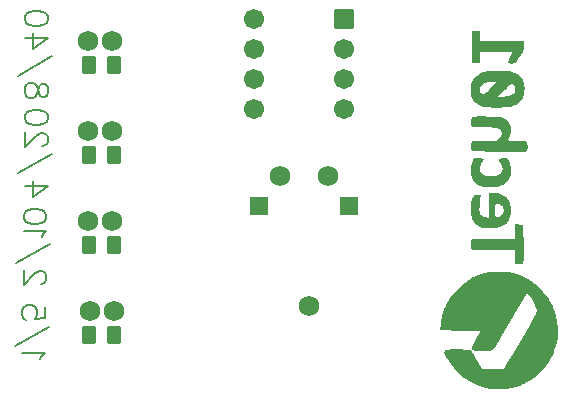
<source format=gbs>
G04 Layer: BottomSolderMaskLayer*
G04 EasyEDA v6.5.22, 2022-11-24 10:27:38*
G04 c2ffbf048bd549cebe30352b3eb0f613,ed70181f279245e6aff80281ee7dc86a,10*
G04 Gerber Generator version 0.2*
G04 Scale: 100 percent, Rotated: No, Reflected: No *
G04 Dimensions in millimeters *
G04 leading zeros omitted , absolute positions ,4 integer and 5 decimal *
%FSLAX45Y45*%
%MOMM*%

%AMMACRO1*1,1,$1,$2,$3*1,1,$1,$4,$5*1,1,$1,0-$2,0-$3*1,1,$1,0-$4,0-$5*20,1,$1,$2,$3,$4,$5,0*20,1,$1,$4,$5,0-$2,0-$3,0*20,1,$1,0-$2,0-$3,0-$4,0-$5,0*20,1,$1,0-$4,0-$5,$2,$3,0*4,1,4,$2,$3,$4,$5,0-$2,0-$3,0-$4,0-$5,$2,$3,0*%
%ADD10C,0.1524*%
%ADD11C,0.1520*%
%ADD12MACRO1,0.1016X-0.8001X0.8001X-0.8001X-0.8001*%
%ADD13C,1.7018*%
%ADD14MACRO1,0.1016X0.508X0.6985X-0.508X0.6985*%
%ADD15MACRO1,0.1016X0.7X-0.75X0.7X0.75*%
%ADD16C,1.7272*%
%ADD17C,0.0132*%

%LPD*%
G36*
X5521248Y5811012D02*
G01*
X5521248Y5541010D01*
X5538978Y5536539D01*
X5547309Y5535168D01*
X5556707Y5534710D01*
X5566156Y5535168D01*
X5574436Y5536539D01*
X5581548Y5538724D01*
X5584240Y5540095D01*
X5586476Y5541873D01*
X5588203Y5544159D01*
X5589574Y5547156D01*
X5590590Y5550916D01*
X5591302Y5555640D01*
X5591759Y5561482D01*
X5592165Y5576976D01*
X5592216Y5632907D01*
X5748731Y5632856D01*
X5788761Y5632500D01*
X5822137Y5631789D01*
X5846622Y5630875D01*
X5854801Y5630316D01*
X5861253Y5629452D01*
X5861710Y5629148D01*
X5860288Y5624830D01*
X5856325Y5615889D01*
X5850534Y5603646D01*
X5843473Y5589422D01*
X5836513Y5574690D01*
X5833872Y5568340D01*
X5831840Y5562600D01*
X5830468Y5557469D01*
X5829655Y5552897D01*
X5829452Y5548884D01*
X5829858Y5545429D01*
X5830874Y5542432D01*
X5832551Y5539943D01*
X5834888Y5537962D01*
X5837834Y5536336D01*
X5841441Y5535117D01*
X5845657Y5534304D01*
X5850585Y5533847D01*
X5861456Y5533796D01*
X5870448Y5534304D01*
X5874308Y5534914D01*
X5877915Y5535879D01*
X5881319Y5537301D01*
X5884672Y5539232D01*
X5888075Y5541772D01*
X5891530Y5544972D01*
X5895238Y5548985D01*
X5903671Y5559552D01*
X5914136Y5574182D01*
X5937605Y5608726D01*
X5945530Y5621274D01*
X5951474Y5631942D01*
X5953760Y5636818D01*
X5957214Y5646064D01*
X5958433Y5650687D01*
X5960059Y5660339D01*
X5960821Y5671159D01*
X5960973Y5677255D01*
X5960973Y5725109D01*
X5592927Y5725109D01*
X5588660Y5806694D01*
G37*
G36*
X5721908Y5473293D02*
G01*
X5686704Y5472887D01*
X5673191Y5472379D01*
X5661710Y5471566D01*
X5651804Y5470296D01*
X5642914Y5468569D01*
X5634634Y5466283D01*
X5626455Y5463336D01*
X5617870Y5459679D01*
X5597398Y5449874D01*
X5584494Y5443169D01*
X5572810Y5436260D01*
X5562295Y5429097D01*
X5557469Y5425440D01*
X5548630Y5417769D01*
X5540857Y5409742D01*
X5537352Y5405526D01*
X5534101Y5401208D01*
X5531104Y5396738D01*
X5525820Y5387340D01*
X5523484Y5382412D01*
X5519572Y5371998D01*
X5517896Y5366512D01*
X5515203Y5354980D01*
X5513324Y5342534D01*
X5512155Y5329174D01*
X5511731Y5316423D01*
X5590387Y5316423D01*
X5590692Y5321604D01*
X5591556Y5326684D01*
X5592927Y5331561D01*
X5594858Y5336286D01*
X5597296Y5340858D01*
X5600242Y5345226D01*
X5603697Y5349341D01*
X5607608Y5353253D01*
X5611977Y5356910D01*
X5616803Y5360263D01*
X5622086Y5363413D01*
X5627776Y5366207D01*
X5633923Y5368696D01*
X5640425Y5370880D01*
X5646318Y5372404D01*
X5653024Y5373725D01*
X5660288Y5374843D01*
X5667908Y5375706D01*
X5683199Y5376672D01*
X5690412Y5376672D01*
X5697067Y5376367D01*
X5727446Y5374030D01*
X5663438Y5310581D01*
X5646216Y5294223D01*
X5633262Y5282996D01*
X5628081Y5279186D01*
X5623661Y5276392D01*
X5619851Y5274564D01*
X5616498Y5273649D01*
X5613501Y5273598D01*
X5610809Y5274208D01*
X5608218Y5275529D01*
X5603138Y5280304D01*
X5598261Y5287568D01*
X5594197Y5296357D01*
X5591454Y5305704D01*
X5590590Y5311140D01*
X5590387Y5316423D01*
X5511731Y5316423D01*
X5511698Y5307634D01*
X5512257Y5294020D01*
X5513476Y5281269D01*
X5515457Y5269382D01*
X5518200Y5258308D01*
X5521373Y5248910D01*
X5737606Y5248910D01*
X5801868Y5313883D01*
X5816803Y5328361D01*
X5830468Y5341061D01*
X5842254Y5351424D01*
X5851550Y5358892D01*
X5855055Y5361381D01*
X5857697Y5362905D01*
X5859373Y5363413D01*
X5863590Y5362143D01*
X5868720Y5358790D01*
X5874054Y5353761D01*
X5879033Y5347665D01*
X5882843Y5341569D01*
X5885789Y5335371D01*
X5887974Y5329123D01*
X5889345Y5322874D01*
X5889853Y5316677D01*
X5889599Y5310581D01*
X5888583Y5304637D01*
X5886754Y5298897D01*
X5884113Y5293410D01*
X5880709Y5288229D01*
X5876544Y5283403D01*
X5871616Y5278983D01*
X5865012Y5274157D01*
X5861710Y5272024D01*
X5854700Y5268417D01*
X5846419Y5265369D01*
X5836158Y5262676D01*
X5823102Y5260187D01*
X5806440Y5257596D01*
X5785408Y5254802D01*
X5737606Y5248910D01*
X5521373Y5248910D01*
X5523788Y5243068D01*
X5526074Y5238343D01*
X5531307Y5229352D01*
X5534253Y5225084D01*
X5540857Y5216906D01*
X5548376Y5209286D01*
X5556910Y5202072D01*
X5561533Y5198618D01*
X5571591Y5191963D01*
X5582666Y5185613D01*
X5602681Y5175707D01*
X5610860Y5172049D01*
X5618632Y5169103D01*
X5626455Y5166715D01*
X5634837Y5164886D01*
X5644184Y5163515D01*
X5654954Y5162550D01*
X5667705Y5161889D01*
X5700776Y5161330D01*
X5755538Y5161330D01*
X5790133Y5161788D01*
X5803900Y5162245D01*
X5815736Y5162956D01*
X5825998Y5163972D01*
X5835040Y5165242D01*
X5843117Y5166918D01*
X5850686Y5168900D01*
X5857951Y5171389D01*
X5865368Y5174284D01*
X5873191Y5177688D01*
X5885332Y5183733D01*
X5891174Y5186984D01*
X5902502Y5194096D01*
X5913170Y5201869D01*
X5923076Y5210098D01*
X5927750Y5214366D01*
X5936284Y5223256D01*
X5940247Y5227777D01*
X5947257Y5237022D01*
X5950356Y5241696D01*
X5953150Y5246420D01*
X5957773Y5255869D01*
X5959551Y5260594D01*
X5961075Y5265572D01*
X5962497Y5271617D01*
X5964936Y5285994D01*
X5966714Y5301843D01*
X5967476Y5317286D01*
X5967374Y5332526D01*
X5966460Y5346649D01*
X5964783Y5359704D01*
X5963615Y5365902D01*
X5960618Y5377586D01*
X5956655Y5388406D01*
X5954369Y5393537D01*
X5951778Y5398465D01*
X5945886Y5407863D01*
X5942533Y5412282D01*
X5935014Y5420766D01*
X5926328Y5428742D01*
X5916523Y5436260D01*
X5905449Y5443423D01*
X5893104Y5450281D01*
X5879439Y5456936D01*
X5870346Y5460949D01*
X5861761Y5464200D01*
X5853125Y5466842D01*
X5843828Y5468924D01*
X5833364Y5470550D01*
X5821172Y5471668D01*
X5806795Y5472480D01*
X5789574Y5472938D01*
G37*
G36*
X5583377Y5086502D02*
G01*
X5566816Y5086096D01*
X5553151Y5085181D01*
X5542076Y5083708D01*
X5537403Y5082743D01*
X5533288Y5081574D01*
X5529681Y5080203D01*
X5526582Y5078628D01*
X5523941Y5076850D01*
X5521655Y5074869D01*
X5519775Y5072634D01*
X5518251Y5070094D01*
X5517032Y5067350D01*
X5516067Y5064353D01*
X5514848Y5057444D01*
X5514289Y5049367D01*
X5514187Y5034432D01*
X5514340Y5024882D01*
X5515051Y5016957D01*
X5515711Y5013553D01*
X5516626Y5010556D01*
X5517896Y5007864D01*
X5519521Y5005476D01*
X5521553Y5003444D01*
X5524042Y5001666D01*
X5527090Y5000142D01*
X5530646Y4998821D01*
X5534812Y4997754D01*
X5539638Y4996891D01*
X5545175Y4996180D01*
X5558536Y4995265D01*
X5575249Y4994808D01*
X5644388Y4994452D01*
X5665876Y4993995D01*
X5684926Y4993182D01*
X5701639Y4992014D01*
X5716219Y4990439D01*
X5728766Y4988458D01*
X5739434Y4986020D01*
X5748375Y4983073D01*
X5752236Y4981397D01*
X5755690Y4979619D01*
X5758840Y4977688D01*
X5761634Y4975656D01*
X5764072Y4973421D01*
X5766206Y4971084D01*
X5768086Y4968595D01*
X5769660Y4965954D01*
X5772150Y4960874D01*
X5774080Y4956048D01*
X5775350Y4951476D01*
X5775909Y4947005D01*
X5775858Y4942586D01*
X5775096Y4938115D01*
X5773572Y4933543D01*
X5771337Y4928819D01*
X5768340Y4923739D01*
X5764580Y4918354D01*
X5754573Y4906213D01*
X5732576Y4881118D01*
X5587949Y4881067D01*
X5567984Y4880864D01*
X5552440Y4880356D01*
X5540806Y4879594D01*
X5532424Y4878374D01*
X5529275Y4877562D01*
X5526735Y4876596D01*
X5524652Y4875530D01*
X5523026Y4874260D01*
X5521756Y4872837D01*
X5519928Y4869434D01*
X5518658Y4865166D01*
X5517388Y4859832D01*
X5516321Y4854194D01*
X5515508Y4848301D01*
X5514594Y4836261D01*
X5514543Y4824374D01*
X5514848Y4818735D01*
X5515406Y4813401D01*
X5516219Y4808474D01*
X5517235Y4804003D01*
X5518861Y4799330D01*
X5520029Y4797856D01*
X5521858Y4796485D01*
X5524500Y4795316D01*
X5528106Y4794199D01*
X5532882Y4793284D01*
X5538978Y4792421D01*
X5555640Y4791100D01*
X5579364Y4790135D01*
X5611418Y4789525D01*
X5653074Y4789119D01*
X5982716Y4788916D01*
X5989116Y4804918D01*
X5991961Y4812639D01*
X5993993Y4819904D01*
X5995212Y4826914D01*
X5995670Y4833772D01*
X5995314Y4840630D01*
X5994196Y4847691D01*
X5992266Y4855057D01*
X5988304Y4866132D01*
X5985764Y4871364D01*
X5984189Y4873396D01*
X5982258Y4875174D01*
X5979820Y4876647D01*
X5976772Y4877866D01*
X5972962Y4878832D01*
X5968288Y4879594D01*
X5955741Y4880559D01*
X5938062Y4881016D01*
X5873699Y4881168D01*
X5853887Y4881422D01*
X5839764Y4881981D01*
X5834532Y4882388D01*
X5830468Y4882946D01*
X5827471Y4883607D01*
X5825439Y4884470D01*
X5824220Y4885486D01*
X5823864Y4886655D01*
X5824118Y4888077D01*
X5825032Y4889703D01*
X5831332Y4897475D01*
X5834278Y4902098D01*
X5837072Y4907381D01*
X5839764Y4913223D01*
X5842254Y4919573D01*
X5844540Y4926279D01*
X5848400Y4940604D01*
X5849975Y4948021D01*
X5852261Y4962855D01*
X5852922Y4970119D01*
X5853226Y4977130D01*
X5853176Y4983835D01*
X5852769Y4990134D01*
X5851956Y4995926D01*
X5850686Y5001768D01*
X5849061Y5007457D01*
X5847130Y5013096D01*
X5844844Y5018582D01*
X5842254Y5023916D01*
X5839358Y5029149D01*
X5836158Y5034178D01*
X5832703Y5039055D01*
X5828944Y5043779D01*
X5824931Y5048300D01*
X5820613Y5052618D01*
X5816041Y5056733D01*
X5811266Y5060594D01*
X5806236Y5064252D01*
X5800953Y5067655D01*
X5793181Y5071973D01*
X5788152Y5074107D01*
X5782360Y5075986D01*
X5775604Y5077663D01*
X5767781Y5079136D01*
X5758586Y5080406D01*
X5747867Y5081524D01*
X5735421Y5082489D01*
X5704586Y5084064D01*
X5664555Y5085283D01*
X5614162Y5086350D01*
G37*
G36*
X5541772Y4732223D02*
G01*
X5524296Y4692396D01*
X5522010Y4686198D01*
X5519978Y4679950D01*
X5516626Y4667148D01*
X5514289Y4654143D01*
X5512917Y4641037D01*
X5512460Y4627930D01*
X5512562Y4621377D01*
X5512917Y4614875D01*
X5514340Y4601972D01*
X5516626Y4589373D01*
X5519775Y4577181D01*
X5523839Y4565396D01*
X5528665Y4554220D01*
X5534355Y4543704D01*
X5537504Y4538675D01*
X5540857Y4533900D01*
X5544413Y4529328D01*
X5552084Y4520895D01*
X5556199Y4517034D01*
X5560517Y4513427D01*
X5564022Y4510836D01*
X5571845Y4506061D01*
X5580735Y4501794D01*
X5590590Y4497984D01*
X5601208Y4494682D01*
X5612587Y4491837D01*
X5624525Y4489551D01*
X5636971Y4487722D01*
X5649772Y4486402D01*
X5662828Y4485589D01*
X5676036Y4485284D01*
X5689244Y4485487D01*
X5702401Y4486198D01*
X5715304Y4487418D01*
X5727954Y4489145D01*
X5740146Y4491431D01*
X5751830Y4494225D01*
X5762802Y4497527D01*
X5773064Y4501388D01*
X5777839Y4503470D01*
X5786729Y4508144D01*
X5792774Y4511802D01*
X5803696Y4519269D01*
X5808624Y4523079D01*
X5813196Y4526991D01*
X5817463Y4531055D01*
X5821426Y4535271D01*
X5828538Y4544263D01*
X5831687Y4549089D01*
X5834634Y4554169D01*
X5837428Y4559503D01*
X5842406Y4571136D01*
X5844692Y4577435D01*
X5846826Y4584090D01*
X5849315Y4594352D01*
X5850991Y4605782D01*
X5851906Y4618126D01*
X5852058Y4631080D01*
X5851499Y4644390D01*
X5850178Y4657699D01*
X5848248Y4670806D01*
X5845556Y4683353D01*
X5842254Y4695037D01*
X5838342Y4705604D01*
X5833414Y4716526D01*
X5831179Y4720640D01*
X5828893Y4723942D01*
X5826404Y4726584D01*
X5823610Y4728565D01*
X5820257Y4730038D01*
X5816295Y4731004D01*
X5811520Y4731664D01*
X5798972Y4732172D01*
X5783326Y4732070D01*
X5776518Y4731664D01*
X5770473Y4731004D01*
X5765292Y4730038D01*
X5760872Y4728768D01*
X5757214Y4727194D01*
X5754319Y4725314D01*
X5752236Y4723079D01*
X5750864Y4720488D01*
X5750255Y4717542D01*
X5750356Y4714240D01*
X5751220Y4710582D01*
X5752795Y4706518D01*
X5755081Y4702048D01*
X5758027Y4697171D01*
X5765952Y4685893D01*
X5769660Y4679950D01*
X5772861Y4674108D01*
X5775553Y4668418D01*
X5777738Y4662830D01*
X5779414Y4657293D01*
X5780582Y4651908D01*
X5781243Y4646676D01*
X5781395Y4641494D01*
X5781090Y4636465D01*
X5780227Y4631537D01*
X5778855Y4626762D01*
X5777026Y4622088D01*
X5774639Y4617567D01*
X5771743Y4613148D01*
X5768390Y4608880D01*
X5764784Y4605070D01*
X5760770Y4601514D01*
X5756351Y4598212D01*
X5751576Y4595164D01*
X5746496Y4592370D01*
X5741060Y4589830D01*
X5735370Y4587595D01*
X5729478Y4585563D01*
X5723331Y4583785D01*
X5717032Y4582261D01*
X5704027Y4580026D01*
X5697372Y4579315D01*
X5690666Y4578858D01*
X5683910Y4578654D01*
X5677154Y4578756D01*
X5670448Y4579112D01*
X5663793Y4579721D01*
X5657291Y4580636D01*
X5650839Y4581804D01*
X5644591Y4583226D01*
X5638495Y4584954D01*
X5632602Y4586986D01*
X5627014Y4589221D01*
X5621680Y4591812D01*
X5616651Y4594656D01*
X5611926Y4597755D01*
X5607608Y4601210D01*
X5603392Y4605274D01*
X5599734Y4609846D01*
X5596585Y4614875D01*
X5594045Y4620209D01*
X5591962Y4625898D01*
X5590489Y4631842D01*
X5589524Y4637989D01*
X5589066Y4644288D01*
X5589219Y4650689D01*
X5589879Y4657090D01*
X5591098Y4663541D01*
X5592876Y4669891D01*
X5595213Y4676140D01*
X5598058Y4682236D01*
X5601462Y4688078D01*
X5613349Y4704283D01*
X5616194Y4708855D01*
X5618327Y4712919D01*
X5619699Y4716475D01*
X5620359Y4719624D01*
X5620207Y4722368D01*
X5619242Y4724704D01*
X5617464Y4726635D01*
X5614924Y4728260D01*
X5611469Y4729581D01*
X5607202Y4730597D01*
X5602020Y4731308D01*
X5595975Y4731816D01*
X5581142Y4732223D01*
G37*
G36*
X5707227Y4441342D02*
G01*
X5701690Y4441291D01*
X5696305Y4440986D01*
X5691022Y4440428D01*
X5685891Y4439615D01*
X5680913Y4438548D01*
X5663133Y4434027D01*
X5663133Y4288942D01*
X5719876Y4288942D01*
X5720029Y4310684D01*
X5720689Y4326636D01*
X5721248Y4332732D01*
X5721959Y4337710D01*
X5722874Y4341622D01*
X5723991Y4344619D01*
X5725312Y4346803D01*
X5726887Y4348226D01*
X5728716Y4348988D01*
X5730849Y4349191D01*
X5735421Y4348835D01*
X5740552Y4347718D01*
X5746038Y4345990D01*
X5751728Y4343704D01*
X5757519Y4340961D01*
X5763158Y4337862D01*
X5768594Y4334510D01*
X5773572Y4331004D01*
X5778042Y4327398D01*
X5781751Y4323791D01*
X5784596Y4320286D01*
X5786374Y4316984D01*
X5788456Y4310329D01*
X5789777Y4303268D01*
X5790336Y4295902D01*
X5790234Y4288485D01*
X5789371Y4281220D01*
X5787847Y4274159D01*
X5785662Y4267606D01*
X5782767Y4261662D01*
X5780481Y4258716D01*
X5777077Y4255414D01*
X5772708Y4251909D01*
X5767527Y4248251D01*
X5761837Y4244594D01*
X5749544Y4237736D01*
X5737555Y4232249D01*
X5732119Y4230319D01*
X5727446Y4229100D01*
X5723636Y4228642D01*
X5722874Y4229862D01*
X5722162Y4233418D01*
X5721502Y4238955D01*
X5720486Y4255262D01*
X5719927Y4276801D01*
X5719876Y4288942D01*
X5663133Y4288942D01*
X5663133Y4226864D01*
X5640070Y4231284D01*
X5635091Y4232554D01*
X5629808Y4234535D01*
X5624322Y4237024D01*
X5618835Y4240022D01*
X5613552Y4243425D01*
X5608574Y4247083D01*
X5604052Y4250893D01*
X5600242Y4254804D01*
X5593638Y4262882D01*
X5591200Y4266641D01*
X5589219Y4270502D01*
X5587746Y4274667D01*
X5586679Y4279290D01*
X5586018Y4284522D01*
X5585714Y4290669D01*
X5585714Y4297832D01*
X5586679Y4316069D01*
X5588050Y4334967D01*
X5590946Y4364228D01*
X5592470Y4377385D01*
X5594045Y4388612D01*
X5597906Y4410303D01*
X5596839Y4416755D01*
X5592368Y4420819D01*
X5583834Y4423765D01*
X5575808Y4424883D01*
X5566460Y4424730D01*
X5557062Y4423460D01*
X5548680Y4421124D01*
X5545785Y4419803D01*
X5543042Y4418076D01*
X5540349Y4415993D01*
X5537758Y4413504D01*
X5535269Y4410659D01*
X5530646Y4403801D01*
X5526481Y4395622D01*
X5522823Y4386072D01*
X5519572Y4375251D01*
X5516880Y4363212D01*
X5514695Y4350054D01*
X5513070Y4335830D01*
X5512003Y4320590D01*
X5511546Y4304436D01*
X5511647Y4289247D01*
X5512460Y4276140D01*
X5513882Y4263593D01*
X5515965Y4251604D01*
X5518708Y4240174D01*
X5522061Y4229354D01*
X5526074Y4219041D01*
X5530748Y4209389D01*
X5536031Y4200296D01*
X5541924Y4191762D01*
X5548477Y4183887D01*
X5551932Y4180128D01*
X5559399Y4173169D01*
X5563311Y4169867D01*
X5571693Y4163771D01*
X5580634Y4158335D01*
X5590133Y4153458D01*
X5600242Y4149242D01*
X5610961Y4145635D01*
X5622188Y4142689D01*
X5634024Y4140403D01*
X5640171Y4139437D01*
X5652820Y4138117D01*
X5666079Y4137406D01*
X5679846Y4137355D01*
X5694172Y4138015D01*
X5708497Y4139285D01*
X5722162Y4141114D01*
X5735167Y4143603D01*
X5747461Y4146702D01*
X5759094Y4150410D01*
X5770067Y4154728D01*
X5780379Y4159707D01*
X5790031Y4165295D01*
X5798972Y4171442D01*
X5807303Y4178300D01*
X5814974Y4185716D01*
X5822035Y4193844D01*
X5828385Y4202531D01*
X5834126Y4211878D01*
X5839256Y4221886D01*
X5843727Y4232503D01*
X5845403Y4237329D01*
X5848197Y4247743D01*
X5850280Y4259173D01*
X5851652Y4271365D01*
X5852363Y4284065D01*
X5852363Y4297070D01*
X5851702Y4310126D01*
X5850382Y4323130D01*
X5848400Y4335729D01*
X5845810Y4347768D01*
X5842609Y4359046D01*
X5838748Y4369358D01*
X5836615Y4374032D01*
X5834430Y4378096D01*
X5831890Y4382058D01*
X5825947Y4389831D01*
X5818784Y4397248D01*
X5814822Y4400854D01*
X5806186Y4407662D01*
X5796737Y4414012D01*
X5786577Y4419854D01*
X5775858Y4425086D01*
X5770321Y4427524D01*
X5758992Y4431792D01*
X5747461Y4435348D01*
X5735828Y4438142D01*
X5724245Y4440072D01*
X5712815Y4441139D01*
G37*
G36*
X5882995Y4172661D02*
G01*
X5882995Y4051350D01*
X5522417Y4051350D01*
X5517591Y4029506D01*
X5516727Y4024629D01*
X5515711Y4013149D01*
X5515559Y4006951D01*
X5515965Y3994556D01*
X5516524Y3988714D01*
X5517337Y3983431D01*
X5521909Y3959148D01*
X5882995Y3959148D01*
X5882995Y3838549D01*
X5924245Y3838651D01*
X5937199Y3839413D01*
X5947816Y3840734D01*
X5951778Y3841546D01*
X5954725Y3842461D01*
X5956401Y3843426D01*
X5956960Y3845051D01*
X5957925Y3854450D01*
X5958687Y3871010D01*
X5959246Y3893870D01*
X5959602Y3921912D01*
X5959652Y3971594D01*
X5957468Y4168343D01*
G37*
G36*
X5743600Y3770376D02*
G01*
X5713526Y3769918D01*
X5699861Y3769461D01*
X5686958Y3768750D01*
X5663133Y3766616D01*
X5651957Y3765092D01*
X5641187Y3763314D01*
X5630672Y3761181D01*
X5620308Y3758692D01*
X5610047Y3755796D01*
X5599734Y3752494D01*
X5589270Y3748786D01*
X5578551Y3744569D01*
X5567476Y3739896D01*
X5555945Y3734714D01*
X5531154Y3722725D01*
X5506364Y3709873D01*
X5497626Y3704844D01*
X5488584Y3699103D01*
X5479288Y3692855D01*
X5469788Y3685997D01*
X5460136Y3678682D01*
X5440629Y3662730D01*
X5421020Y3645357D01*
X5401767Y3626916D01*
X5392369Y3617366D01*
X5378754Y3602837D01*
X5369966Y3593084D01*
X5361533Y3583279D01*
X5345887Y3563772D01*
X5338775Y3554171D01*
X5332120Y3544722D01*
X5326075Y3535527D01*
X5320639Y3526536D01*
X5314797Y3516020D01*
X5309057Y3505098D01*
X5303570Y3493820D01*
X5298287Y3482289D01*
X5293258Y3470503D01*
X5288432Y3458514D01*
X5283911Y3446424D01*
X5279644Y3434232D01*
X5275681Y3422040D01*
X5268722Y3397808D01*
X5264454Y3380028D01*
X5262067Y3368497D01*
X5260086Y3357219D01*
X5258511Y3346297D01*
X5257342Y3335731D01*
X5256631Y3325672D01*
X5255310Y3274720D01*
X5442610Y3272536D01*
X5509310Y3271215D01*
X5558942Y3269538D01*
X5574741Y3268675D01*
X5583986Y3267557D01*
X5586272Y3266287D01*
X5587695Y3264408D01*
X5588203Y3261817D01*
X5587746Y3258413D01*
X5586323Y3254044D01*
X5583936Y3248558D01*
X5580430Y3241903D01*
X5558485Y3203752D01*
X5540705Y3171748D01*
X5533999Y3158896D01*
X5528665Y3147923D01*
X5524601Y3138678D01*
X5521756Y3131007D01*
X5520029Y3124657D01*
X5519369Y3119526D01*
X5519369Y3117392D01*
X5520182Y3113735D01*
X5520893Y3112262D01*
X5521858Y3110941D01*
X5523534Y3109518D01*
X5526278Y3108248D01*
X5529884Y3107080D01*
X5534355Y3105962D01*
X5545480Y3104083D01*
X5559094Y3102559D01*
X5574639Y3101492D01*
X5591403Y3100781D01*
X5608828Y3100476D01*
X5626354Y3100527D01*
X5643372Y3101035D01*
X5659272Y3101949D01*
X5673445Y3103321D01*
X5685231Y3105048D01*
X5694172Y3107232D01*
X5697321Y3108502D01*
X5699556Y3109823D01*
X5702757Y3112871D01*
X5706567Y3117240D01*
X5710986Y3122930D01*
X5721807Y3138525D01*
X5735370Y3159810D01*
X5751728Y3186988D01*
X5771083Y3220262D01*
X5817971Y3302457D01*
X5960770Y3549954D01*
X5968898Y3563061D01*
X5976162Y3574186D01*
X5982258Y3582822D01*
X5986780Y3588359D01*
X5988354Y3589832D01*
X5989421Y3590340D01*
X5990640Y3589832D01*
X5992317Y3588410D01*
X5996990Y3582873D01*
X6003036Y3574389D01*
X6010249Y3563467D01*
X6026708Y3536442D01*
X6035344Y3521456D01*
X6051905Y3491331D01*
X6059170Y3477260D01*
X6065418Y3464610D01*
X6070244Y3453942D01*
X6073343Y3445764D01*
X6074206Y3442766D01*
X6074460Y3440633D01*
X6072936Y3436518D01*
X6061303Y3413810D01*
X6040272Y3375151D01*
X6012078Y3324351D01*
X5942939Y3202228D01*
X5902045Y3130956D01*
X5867755Y3071825D01*
X5837783Y3020669D01*
X5814263Y2981452D01*
X5805678Y2967532D01*
X5799531Y2958084D01*
X5796737Y2954172D01*
X5795416Y2953004D01*
X5793587Y2951886D01*
X5791250Y2950870D01*
X5788304Y2949905D01*
X5780582Y2948330D01*
X5770270Y2947060D01*
X5757164Y2946095D01*
X5741009Y2945434D01*
X5698896Y2944926D01*
X5608777Y2944926D01*
X5510326Y3111601D01*
X5379923Y3113989D01*
X5349697Y3113887D01*
X5337048Y3113430D01*
X5325922Y3112617D01*
X5316321Y3111398D01*
X5308244Y3109772D01*
X5301589Y3107588D01*
X5298795Y3106267D01*
X5296357Y3104794D01*
X5294274Y3103219D01*
X5292547Y3101441D01*
X5291175Y3099460D01*
X5290108Y3097377D01*
X5289346Y3095040D01*
X5288940Y3092551D01*
X5288838Y3089808D01*
X5289600Y3083763D01*
X5291632Y3076854D01*
X5294833Y3068980D01*
X5299202Y3060141D01*
X5304688Y3050184D01*
X5311292Y3039160D01*
X5327599Y3013506D01*
X5344109Y2988767D01*
X5351170Y2978962D01*
X5358485Y2969310D01*
X5369814Y2955239D01*
X5377688Y2946095D01*
X5394045Y2928467D01*
X5402529Y2919984D01*
X5411216Y2911703D01*
X5420106Y2903626D01*
X5438444Y2888081D01*
X5447842Y2880664D01*
X5457393Y2873502D01*
X5477052Y2859786D01*
X5487060Y2853283D01*
X5497271Y2847035D01*
X5512765Y2838094D01*
X5533898Y2827020D01*
X5544616Y2821838D01*
X5560923Y2814574D01*
X5582970Y2805734D01*
X5594146Y2801721D01*
X5605373Y2797962D01*
X5622391Y2792831D01*
X5633770Y2789732D01*
X5656732Y2784398D01*
X5668264Y2782112D01*
X5679846Y2780131D01*
X5703112Y2777032D01*
X5714796Y2775864D01*
X5732272Y2774696D01*
X5749798Y2774238D01*
X5761431Y2774238D01*
X5773064Y2774594D01*
X5796330Y2776169D01*
X5807862Y2777439D01*
X5819394Y2779014D01*
X5830874Y2780893D01*
X5842304Y2783078D01*
X5853684Y2785567D01*
X5865977Y2788615D01*
X5878169Y2791917D01*
X5890209Y2795473D01*
X5902096Y2799283D01*
X5913831Y2803347D01*
X5925362Y2807614D01*
X5936792Y2812135D01*
X5948070Y2816910D01*
X5959144Y2821889D01*
X5970117Y2827121D01*
X5991504Y2838297D01*
X6001918Y2844190D01*
X6022289Y2856687D01*
X6032195Y2863291D01*
X6046724Y2873552D01*
X6065418Y2888030D01*
X6074511Y2895549D01*
X6092139Y2911246D01*
X6108954Y2927756D01*
X6124956Y2945028D01*
X6136436Y2958490D01*
X6151016Y2977134D01*
X6157976Y2986684D01*
X6171285Y3006445D01*
X6183680Y3026816D01*
X6189573Y3037281D01*
X6200648Y3058718D01*
X6205829Y3069691D01*
X6213195Y3086455D01*
X6220002Y3103575D01*
X6228232Y3126943D01*
X6233769Y3144875D01*
X6240272Y3169259D01*
X6242913Y3180689D01*
X6244996Y3191306D01*
X6246723Y3202228D01*
X6248196Y3213404D01*
X6249314Y3224733D01*
X6250127Y3236315D01*
X6250686Y3248050D01*
X6250889Y3259937D01*
X6250432Y3284118D01*
X6249771Y3296361D01*
X6248806Y3308654D01*
X6246012Y3333496D01*
X6244234Y3345891D01*
X6242151Y3358337D01*
X6239764Y3370783D01*
X6237122Y3383127D01*
X6232702Y3401618D01*
X6225895Y3425850D01*
X6222085Y3437839D01*
X6218021Y3449624D01*
X6209182Y3472738D01*
X6204407Y3483965D01*
X6199378Y3494989D01*
X6194094Y3505758D01*
X6188608Y3516274D01*
X6182918Y3526536D01*
X6177432Y3535527D01*
X6171387Y3544722D01*
X6164783Y3554171D01*
X6157620Y3563772D01*
X6141974Y3583279D01*
X6133541Y3593084D01*
X6124803Y3602837D01*
X6115761Y3612540D01*
X6097016Y3631590D01*
X6087364Y3640836D01*
X6077610Y3649827D01*
X6058001Y3666896D01*
X6048248Y3674872D01*
X6038545Y3682441D01*
X6028994Y3689502D01*
X6019596Y3696055D01*
X6010402Y3702050D01*
X6001512Y3707434D01*
X5992926Y3712159D01*
X5965901Y3725926D01*
X5953556Y3731920D01*
X5941771Y3737356D01*
X5930493Y3742283D01*
X5919622Y3746703D01*
X5909005Y3750665D01*
X5898642Y3754170D01*
X5888329Y3757269D01*
X5878068Y3759962D01*
X5867654Y3762298D01*
X5856986Y3764229D01*
X5846064Y3765905D01*
X5834684Y3767226D01*
X5822746Y3768293D01*
X5796991Y3769715D01*
X5767832Y3770325D01*
G37*
D10*
X1929018Y5290553D02*
G01*
X1919927Y5263281D01*
X1901746Y5254190D01*
X1883562Y5254190D01*
X1865381Y5263281D01*
X1856290Y5281462D01*
X1847199Y5317827D01*
X1838109Y5345099D01*
X1819927Y5363281D01*
X1801746Y5372371D01*
X1774471Y5372371D01*
X1756290Y5363281D01*
X1747199Y5354190D01*
X1738109Y5326918D01*
X1738109Y5290553D01*
X1747199Y5263281D01*
X1756290Y5254190D01*
X1774471Y5245100D01*
X1801746Y5245100D01*
X1819927Y5254190D01*
X1838109Y5272371D01*
X1847199Y5299646D01*
X1856290Y5336009D01*
X1865381Y5354190D01*
X1883562Y5363281D01*
X1901746Y5363281D01*
X1919927Y5354190D01*
X1929018Y5326918D01*
X1929018Y5290553D01*
X1965380Y5596008D02*
G01*
X1674472Y5432371D01*
X1929018Y5746917D02*
G01*
X1801746Y5656008D01*
X1801746Y5792370D01*
X1929018Y5746917D02*
G01*
X1738109Y5746917D01*
X1929018Y5906917D02*
G01*
X1919927Y5879645D01*
X1892653Y5861461D01*
X1847199Y5852370D01*
X1819927Y5852370D01*
X1774471Y5861461D01*
X1747199Y5879645D01*
X1738109Y5906917D01*
X1738109Y5925098D01*
X1747199Y5952370D01*
X1774471Y5970551D01*
X1819927Y5979645D01*
X1847199Y5979645D01*
X1892653Y5970551D01*
X1919927Y5952370D01*
X1929018Y5925098D01*
X1929018Y5906917D01*
X1929018Y4497809D02*
G01*
X1801746Y4406900D01*
X1801746Y4543262D01*
X1929018Y4497809D02*
G01*
X1738109Y4497809D01*
X1965380Y4766899D02*
G01*
X1674472Y4603262D01*
X1883562Y4835989D02*
G01*
X1892653Y4835989D01*
X1910836Y4845080D01*
X1919927Y4854171D01*
X1929018Y4872352D01*
X1929018Y4908717D01*
X1919927Y4926898D01*
X1910836Y4935989D01*
X1892653Y4945080D01*
X1874471Y4945080D01*
X1856290Y4935989D01*
X1829018Y4917808D01*
X1738109Y4826899D01*
X1738109Y4954170D01*
X1929018Y5068717D02*
G01*
X1919927Y5041445D01*
X1892653Y5023261D01*
X1847199Y5014170D01*
X1819927Y5014170D01*
X1774471Y5023261D01*
X1747199Y5041445D01*
X1738109Y5068717D01*
X1738109Y5086898D01*
X1747199Y5114170D01*
X1774471Y5132351D01*
X1819927Y5141445D01*
X1847199Y5141445D01*
X1892653Y5132351D01*
X1919927Y5114170D01*
X1929018Y5086898D01*
X1929018Y5068717D01*
D11*
X1870862Y3666690D02*
G01*
X1879953Y3666690D01*
X1898136Y3675781D01*
X1907227Y3684871D01*
X1916318Y3703053D01*
X1916318Y3739418D01*
X1907227Y3757599D01*
X1898136Y3766690D01*
X1879953Y3775781D01*
X1861771Y3775781D01*
X1843590Y3766690D01*
X1816318Y3748509D01*
X1725409Y3657600D01*
X1725409Y3784871D01*
X1952680Y4008508D02*
G01*
X1661772Y3844871D01*
X1879953Y4068508D02*
G01*
X1889046Y4086689D01*
X1916318Y4113961D01*
X1725409Y4113961D01*
X1916318Y4228508D02*
G01*
X1907227Y4201236D01*
X1879953Y4183052D01*
X1834499Y4173961D01*
X1807227Y4173961D01*
X1761771Y4183052D01*
X1734499Y4201236D01*
X1725409Y4228508D01*
X1725409Y4246689D01*
X1734499Y4273961D01*
X1761771Y4292145D01*
X1807227Y4301236D01*
X1834499Y4301236D01*
X1879953Y4292145D01*
X1907227Y4273961D01*
X1916318Y4246689D01*
X1916318Y4228508D01*
X1867253Y3035300D02*
G01*
X1876346Y3053481D01*
X1903618Y3080753D01*
X1712709Y3080753D01*
X1939980Y3304390D02*
G01*
X1649072Y3140753D01*
X1903618Y3473480D02*
G01*
X1903618Y3382571D01*
X1821799Y3373480D01*
X1830890Y3382571D01*
X1839981Y3409845D01*
X1839981Y3437117D01*
X1830890Y3464389D01*
X1812709Y3482571D01*
X1785437Y3491661D01*
X1767253Y3491661D01*
X1739981Y3482571D01*
X1721799Y3464389D01*
X1712709Y3437117D01*
X1712709Y3409845D01*
X1721799Y3382571D01*
X1730890Y3373480D01*
X1749071Y3364390D01*
D12*
G01*
X4437001Y5907199D03*
D13*
G01*
X4436999Y5653201D03*
G01*
X4436999Y5399201D03*
G01*
X4436999Y5145201D03*
G01*
X3674999Y5145201D03*
G01*
X3674999Y5399201D03*
G01*
X3674999Y5653201D03*
G01*
X3674999Y5907201D03*
D14*
G01*
X2494279Y5524500D03*
G01*
X2280920Y5524500D03*
G01*
X2494279Y4762500D03*
G01*
X2280920Y4762500D03*
G01*
X2494279Y4000500D03*
G01*
X2280920Y4000500D03*
G01*
X2494279Y3238500D03*
G01*
X2280920Y3238500D03*
D15*
G01*
X4482091Y4330698D03*
G01*
X3722105Y4330698D03*
D16*
G01*
X2489200Y3441700D03*
G01*
X2286000Y3441700D03*
G01*
X2273300Y4203700D03*
G01*
X2476500Y4203700D03*
G01*
X2273300Y4965700D03*
G01*
X2476500Y4965700D03*
G01*
X2273300Y5727700D03*
G01*
X2476500Y5727700D03*
G01*
X4140200Y3479800D03*
G01*
X3898900Y4584700D03*
G01*
X4305300Y4584700D03*
M02*

</source>
